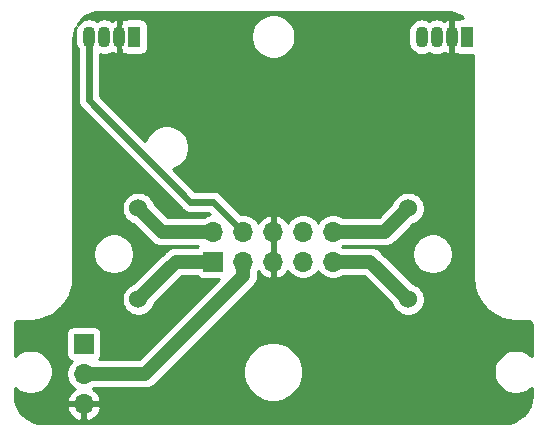
<source format=gbr>
%TF.GenerationSoftware,KiCad,Pcbnew,(5.1.9)-1*%
%TF.CreationDate,2021-09-08T15:23:30-06:00*%
%TF.ProjectId,standby_airspeed_vvi,7374616e-6462-4795-9f61-697273706565,rev?*%
%TF.SameCoordinates,Original*%
%TF.FileFunction,Copper,L1,Top*%
%TF.FilePolarity,Positive*%
%FSLAX46Y46*%
G04 Gerber Fmt 4.6, Leading zero omitted, Abs format (unit mm)*
G04 Created by KiCad (PCBNEW (5.1.9)-1) date 2021-09-08 15:23:30*
%MOMM*%
%LPD*%
G01*
G04 APERTURE LIST*
%TA.AperFunction,ComponentPad*%
%ADD10C,1.524000*%
%TD*%
%TA.AperFunction,ComponentPad*%
%ADD11O,1.700000X1.700000*%
%TD*%
%TA.AperFunction,ComponentPad*%
%ADD12R,1.700000X1.700000*%
%TD*%
%TA.AperFunction,ComponentPad*%
%ADD13O,1.070000X1.800000*%
%TD*%
%TA.AperFunction,ComponentPad*%
%ADD14R,1.070000X1.800000*%
%TD*%
%TA.AperFunction,Conductor*%
%ADD15C,0.609600*%
%TD*%
%TA.AperFunction,Conductor*%
%ADD16C,1.219200*%
%TD*%
%TA.AperFunction,Conductor*%
%ADD17C,0.254000*%
%TD*%
%TA.AperFunction,Conductor*%
%ADD18C,0.100000*%
%TD*%
G04 APERTURE END LIST*
D10*
%TO.P,M1,4*%
%TO.N,/COIL4*%
X191362766Y-93017952D03*
%TO.P,M1,3*%
%TO.N,/COIL3*%
X191362766Y-100717952D03*
%TO.P,M1,2*%
%TO.N,/COIL2*%
X168512766Y-100717952D03*
%TO.P,M1,1*%
%TO.N,/COIL1*%
X168512766Y-93017952D03*
%TD*%
D11*
%TO.P,J3,3*%
%TO.N,GND*%
X163897766Y-109567952D03*
%TO.P,J3,2*%
%TO.N,/ZERO_DETECT*%
X163897766Y-107027952D03*
D12*
%TO.P,J3,1*%
%TO.N,+5V*%
X163897766Y-104487952D03*
%TD*%
D11*
%TO.P,J1,10*%
%TO.N,/COIL4*%
X185017766Y-94994574D03*
%TO.P,J1,9*%
%TO.N,/COIL3*%
X185017766Y-97534574D03*
%TO.P,J1,8*%
%TO.N,/LED_DOUT*%
X182477766Y-94994574D03*
%TO.P,J1,7*%
%TO.N,+5V*%
X182477766Y-97534574D03*
%TO.P,J1,6*%
%TO.N,GND*%
X179937766Y-94994574D03*
%TO.P,J1,5*%
X179937766Y-97534574D03*
%TO.P,J1,4*%
%TO.N,/LED_DIN*%
X177397766Y-94994574D03*
%TO.P,J1,3*%
%TO.N,/ZERO_DETECT*%
X177397766Y-97534574D03*
%TO.P,J1,2*%
%TO.N,/COIL1*%
X174857766Y-94994574D03*
D12*
%TO.P,J1,1*%
%TO.N,/COIL2*%
X174857766Y-97534574D03*
%TD*%
D13*
%TO.P,D2,4*%
%TO.N,Net-(D1-Pad1)*%
X192515515Y-78484574D03*
%TO.P,D2,3*%
%TO.N,+5V*%
X193785515Y-78484574D03*
%TO.P,D2,2*%
%TO.N,GND*%
X195055515Y-78484574D03*
D14*
%TO.P,D2,1*%
%TO.N,/LED_DOUT*%
X196325515Y-78484574D03*
%TD*%
D13*
%TO.P,D1,4*%
%TO.N,/LED_DIN*%
X164360016Y-78484574D03*
%TO.P,D1,3*%
%TO.N,+5V*%
X165630016Y-78484574D03*
%TO.P,D1,2*%
%TO.N,GND*%
X166900016Y-78484574D03*
D14*
%TO.P,D1,1*%
%TO.N,Net-(D1-Pad1)*%
X168170016Y-78484574D03*
%TD*%
D15*
%TO.N,/LED_DIN*%
X164360016Y-83887308D02*
X164360016Y-78484574D01*
X172927282Y-92454574D02*
X164360016Y-83887308D01*
X174857766Y-92454574D02*
X172927282Y-92454574D01*
X177397766Y-94994574D02*
X174857766Y-92454574D01*
D16*
%TO.N,/ZERO_DETECT*%
X169106469Y-107027952D02*
X163897766Y-107027952D01*
X177397766Y-98736655D02*
X169106469Y-107027952D01*
X177397766Y-97534574D02*
X177397766Y-98736655D01*
%TO.N,/COIL2*%
X171696144Y-97534574D02*
X168512766Y-100717952D01*
X174857766Y-97534574D02*
X171696144Y-97534574D01*
%TO.N,/COIL1*%
X170489388Y-94994574D02*
X168512766Y-93017952D01*
X174857766Y-94994574D02*
X170489388Y-94994574D01*
%TO.N,/COIL4*%
X189386144Y-94994574D02*
X191362766Y-93017952D01*
X185017766Y-94994574D02*
X189386144Y-94994574D01*
%TO.N,/COIL3*%
X188179388Y-97534574D02*
X191362766Y-100717952D01*
X185017766Y-97534574D02*
X188179388Y-97534574D01*
%TD*%
D17*
%TO.N,GND*%
X194969408Y-76413122D02*
X195406013Y-76544941D01*
X195808700Y-76759052D01*
X196038536Y-76946502D01*
X195790515Y-76946502D01*
X195666033Y-76958762D01*
X195546335Y-76995072D01*
X195477325Y-77031959D01*
X195362898Y-76990674D01*
X195182515Y-77116330D01*
X195182515Y-77401374D01*
X195164703Y-77460092D01*
X195152443Y-77584574D01*
X195152443Y-79384574D01*
X195164703Y-79509056D01*
X195182515Y-79567774D01*
X195182515Y-79852818D01*
X195362898Y-79978474D01*
X195477325Y-79937189D01*
X195546335Y-79974076D01*
X195666033Y-80010386D01*
X195790515Y-80022646D01*
X196855515Y-80022646D01*
X196855516Y-98900371D01*
X196858435Y-98930006D01*
X196858304Y-98948713D01*
X196859204Y-98957885D01*
X196920404Y-99540174D01*
X196932436Y-99598784D01*
X196943642Y-99657532D01*
X196946306Y-99666354D01*
X197119443Y-100225667D01*
X197142613Y-100280785D01*
X197165031Y-100336274D01*
X197169358Y-100344410D01*
X197447834Y-100859442D01*
X197481272Y-100909016D01*
X197514039Y-100959090D01*
X197519863Y-100966231D01*
X197893073Y-101417364D01*
X197935544Y-101459540D01*
X197977372Y-101502253D01*
X197984472Y-101508127D01*
X198438201Y-101878179D01*
X198488009Y-101911272D01*
X198537383Y-101945079D01*
X198545489Y-101949462D01*
X199062454Y-102224336D01*
X199117766Y-102247134D01*
X199172740Y-102270696D01*
X199181543Y-102273421D01*
X199742051Y-102442648D01*
X199800739Y-102454268D01*
X199859242Y-102466704D01*
X199868407Y-102467667D01*
X200451109Y-102524802D01*
X200451123Y-102524802D01*
X200483096Y-102527951D01*
X201458971Y-102527951D01*
X201556674Y-102537531D01*
X201619606Y-102556531D01*
X201677655Y-102587396D01*
X201728593Y-102628940D01*
X201770498Y-102679595D01*
X201801765Y-102737422D01*
X201821206Y-102800223D01*
X201831251Y-102895796D01*
X201831251Y-105542159D01*
X201692868Y-105403776D01*
X201384132Y-105197485D01*
X201041084Y-105055390D01*
X200676906Y-104982951D01*
X200305594Y-104982951D01*
X199941416Y-105055390D01*
X199598368Y-105197485D01*
X199289632Y-105403776D01*
X199027075Y-105666333D01*
X198820784Y-105975069D01*
X198678689Y-106318117D01*
X198606250Y-106682295D01*
X198606250Y-107053607D01*
X198678689Y-107417785D01*
X198820784Y-107760833D01*
X199027075Y-108069569D01*
X199289632Y-108332126D01*
X199598368Y-108538417D01*
X199941416Y-108680512D01*
X200305594Y-108752951D01*
X200676906Y-108752951D01*
X201041084Y-108680512D01*
X201384132Y-108538417D01*
X201692868Y-108332126D01*
X201831250Y-108193744D01*
X201831250Y-108835672D01*
X201783580Y-109321845D01*
X201651762Y-109758448D01*
X201437649Y-110161137D01*
X201149400Y-110514564D01*
X200797989Y-110805278D01*
X200396814Y-111022191D01*
X199961136Y-111157057D01*
X199476914Y-111207951D01*
X160416560Y-111207951D01*
X159930387Y-111160281D01*
X159493784Y-111028463D01*
X159091095Y-110814350D01*
X158737668Y-110526101D01*
X158446954Y-110174690D01*
X158311863Y-109924842D01*
X162456290Y-109924842D01*
X162500941Y-110072051D01*
X162626125Y-110334872D01*
X162800178Y-110568221D01*
X163016411Y-110763130D01*
X163266514Y-110912109D01*
X163540875Y-111009433D01*
X163770766Y-110888766D01*
X163770766Y-109694952D01*
X164024766Y-109694952D01*
X164024766Y-110888766D01*
X164254657Y-111009433D01*
X164529018Y-110912109D01*
X164779121Y-110763130D01*
X164995354Y-110568221D01*
X165169407Y-110334872D01*
X165294591Y-110072051D01*
X165339242Y-109924842D01*
X165217921Y-109694952D01*
X164024766Y-109694952D01*
X163770766Y-109694952D01*
X162577611Y-109694952D01*
X162456290Y-109924842D01*
X158311863Y-109924842D01*
X158230041Y-109773515D01*
X158095175Y-109337837D01*
X158044281Y-108853615D01*
X158044281Y-108193744D01*
X158182663Y-108332126D01*
X158491399Y-108538417D01*
X158834447Y-108680512D01*
X159198625Y-108752951D01*
X159569937Y-108752951D01*
X159934115Y-108680512D01*
X160277163Y-108538417D01*
X160585899Y-108332126D01*
X160848456Y-108069569D01*
X161054747Y-107760833D01*
X161196842Y-107417785D01*
X161269281Y-107053607D01*
X161269281Y-106682295D01*
X161196842Y-106318117D01*
X161054747Y-105975069D01*
X160848456Y-105666333D01*
X160585899Y-105403776D01*
X160277163Y-105197485D01*
X159934115Y-105055390D01*
X159569937Y-104982951D01*
X159198625Y-104982951D01*
X158834447Y-105055390D01*
X158491399Y-105197485D01*
X158182663Y-105403776D01*
X158044281Y-105542158D01*
X158044281Y-102900230D01*
X158053861Y-102802527D01*
X158072861Y-102739595D01*
X158103726Y-102681546D01*
X158145270Y-102630608D01*
X158195925Y-102588703D01*
X158253752Y-102557436D01*
X158316553Y-102537995D01*
X158412116Y-102527951D01*
X159392435Y-102527951D01*
X159422079Y-102525031D01*
X159440777Y-102525162D01*
X159449949Y-102524262D01*
X160032238Y-102463062D01*
X160090818Y-102451037D01*
X160149596Y-102439825D01*
X160158417Y-102437161D01*
X160717729Y-102264025D01*
X160772859Y-102240850D01*
X160828338Y-102218436D01*
X160836474Y-102214109D01*
X161351507Y-101935632D01*
X161401098Y-101902182D01*
X161451152Y-101869428D01*
X161458293Y-101863603D01*
X161909428Y-101490393D01*
X161951568Y-101447957D01*
X161994318Y-101406094D01*
X162000192Y-101398993D01*
X162370243Y-100945265D01*
X162403332Y-100895461D01*
X162437142Y-100846083D01*
X162441524Y-100837977D01*
X162716399Y-100321014D01*
X162739203Y-100265687D01*
X162762759Y-100210727D01*
X162765484Y-100201924D01*
X162934711Y-99641416D01*
X162946331Y-99582728D01*
X162958767Y-99524225D01*
X162959730Y-99515060D01*
X163016732Y-98933716D01*
X163020016Y-98900371D01*
X163020016Y-96697069D01*
X164702766Y-96697069D01*
X164702766Y-97038835D01*
X164769441Y-97374033D01*
X164900229Y-97689783D01*
X165090103Y-97973950D01*
X165331768Y-98215615D01*
X165615935Y-98405489D01*
X165931685Y-98536277D01*
X166266883Y-98602952D01*
X166608649Y-98602952D01*
X166943847Y-98536277D01*
X167259597Y-98405489D01*
X167543764Y-98215615D01*
X167785429Y-97973950D01*
X167975303Y-97689783D01*
X168106091Y-97374033D01*
X168172766Y-97038835D01*
X168172766Y-96697069D01*
X168106091Y-96361871D01*
X167975303Y-96046121D01*
X167785429Y-95761954D01*
X167543764Y-95520289D01*
X167259597Y-95330415D01*
X166943847Y-95199627D01*
X166608649Y-95132952D01*
X166266883Y-95132952D01*
X165931685Y-95199627D01*
X165615935Y-95330415D01*
X165331768Y-95520289D01*
X165090103Y-95761954D01*
X164900229Y-96046121D01*
X164769441Y-96361871D01*
X164702766Y-96697069D01*
X163020016Y-96697069D01*
X163020016Y-78737731D01*
X163067686Y-78251559D01*
X163199505Y-77814954D01*
X163269985Y-77682399D01*
X163206945Y-77890214D01*
X163190016Y-78062097D01*
X163190016Y-78907050D01*
X163206945Y-79078933D01*
X163273847Y-79299479D01*
X163382490Y-79502735D01*
X163420217Y-79548706D01*
X163420216Y-83841151D01*
X163415670Y-83887308D01*
X163420216Y-83933465D01*
X163420216Y-83933474D01*
X163433814Y-84071540D01*
X163487553Y-84248693D01*
X163574820Y-84411959D01*
X163692262Y-84555062D01*
X163728131Y-84584499D01*
X172230100Y-93086470D01*
X172259528Y-93122328D01*
X172295386Y-93151756D01*
X172295388Y-93151758D01*
X172402630Y-93239770D01*
X172565896Y-93327037D01*
X172743049Y-93380776D01*
X172881115Y-93394374D01*
X172881125Y-93394374D01*
X172927282Y-93398920D01*
X172973439Y-93394374D01*
X174468490Y-93394374D01*
X174604896Y-93530780D01*
X174424608Y-93566642D01*
X174154355Y-93678584D01*
X174047512Y-93749974D01*
X171004918Y-93749974D01*
X169849486Y-92594543D01*
X169750771Y-92356225D01*
X169597886Y-92127417D01*
X169403301Y-91932832D01*
X169174493Y-91779947D01*
X168920256Y-91674638D01*
X168650358Y-91620952D01*
X168375174Y-91620952D01*
X168105276Y-91674638D01*
X167851039Y-91779947D01*
X167622231Y-91932832D01*
X167427646Y-92127417D01*
X167274761Y-92356225D01*
X167169452Y-92610462D01*
X167115766Y-92880360D01*
X167115766Y-93155544D01*
X167169452Y-93425442D01*
X167274761Y-93679679D01*
X167427646Y-93908487D01*
X167622231Y-94103072D01*
X167851039Y-94255957D01*
X168089357Y-94354672D01*
X169566091Y-95831406D01*
X169605065Y-95878897D01*
X169652555Y-95917871D01*
X169652557Y-95917873D01*
X169794579Y-96034428D01*
X170010795Y-96149998D01*
X170081963Y-96171586D01*
X170245404Y-96221166D01*
X170428245Y-96239174D01*
X170428255Y-96239174D01*
X170489388Y-96245195D01*
X170550521Y-96239174D01*
X173551833Y-96239174D01*
X173510143Y-96289974D01*
X171757276Y-96289974D01*
X171696143Y-96283953D01*
X171635010Y-96289974D01*
X171635001Y-96289974D01*
X171452160Y-96307982D01*
X171217552Y-96379150D01*
X171194636Y-96391399D01*
X171001334Y-96494720D01*
X170859313Y-96611275D01*
X170811821Y-96650251D01*
X170772847Y-96697741D01*
X168089357Y-99381232D01*
X167851039Y-99479947D01*
X167622231Y-99632832D01*
X167427646Y-99827417D01*
X167274761Y-100056225D01*
X167169452Y-100310462D01*
X167115766Y-100580360D01*
X167115766Y-100855544D01*
X167169452Y-101125442D01*
X167274761Y-101379679D01*
X167427646Y-101608487D01*
X167622231Y-101803072D01*
X167851039Y-101955957D01*
X168105276Y-102061266D01*
X168375174Y-102114952D01*
X168650358Y-102114952D01*
X168920256Y-102061266D01*
X169174493Y-101955957D01*
X169403301Y-101803072D01*
X169597886Y-101608487D01*
X169750771Y-101379679D01*
X169849486Y-101141361D01*
X172211674Y-98779174D01*
X173510143Y-98779174D01*
X173556581Y-98835759D01*
X173653272Y-98915111D01*
X173763586Y-98974076D01*
X173883284Y-99010386D01*
X174007766Y-99022646D01*
X175351645Y-99022646D01*
X168590940Y-105783352D01*
X165203699Y-105783352D01*
X165278303Y-105692446D01*
X165337268Y-105582132D01*
X165373578Y-105462434D01*
X165385838Y-105337952D01*
X165385838Y-103637952D01*
X165373578Y-103513470D01*
X165337268Y-103393772D01*
X165278303Y-103283458D01*
X165198951Y-103186767D01*
X165102260Y-103107415D01*
X164991946Y-103048450D01*
X164872248Y-103012140D01*
X164747766Y-102999880D01*
X163047766Y-102999880D01*
X162923284Y-103012140D01*
X162803586Y-103048450D01*
X162693272Y-103107415D01*
X162596581Y-103186767D01*
X162517229Y-103283458D01*
X162458264Y-103393772D01*
X162421954Y-103513470D01*
X162409694Y-103637952D01*
X162409694Y-105337952D01*
X162421954Y-105462434D01*
X162458264Y-105582132D01*
X162517229Y-105692446D01*
X162596581Y-105789137D01*
X162693272Y-105868489D01*
X162803586Y-105927454D01*
X162876146Y-105949465D01*
X162744291Y-106081320D01*
X162581776Y-106324541D01*
X162469834Y-106594794D01*
X162412766Y-106881692D01*
X162412766Y-107174212D01*
X162469834Y-107461110D01*
X162581776Y-107731363D01*
X162744291Y-107974584D01*
X162951134Y-108181427D01*
X163133300Y-108303147D01*
X163016411Y-108372774D01*
X162800178Y-108567683D01*
X162626125Y-108801032D01*
X162500941Y-109063853D01*
X162456290Y-109211062D01*
X162577611Y-109440952D01*
X163770766Y-109440952D01*
X163770766Y-109420952D01*
X164024766Y-109420952D01*
X164024766Y-109440952D01*
X165217921Y-109440952D01*
X165339242Y-109211062D01*
X165294591Y-109063853D01*
X165169407Y-108801032D01*
X164995354Y-108567683D01*
X164779121Y-108372774D01*
X164662232Y-108303147D01*
X164708020Y-108272552D01*
X169045336Y-108272552D01*
X169106469Y-108278573D01*
X169167602Y-108272552D01*
X169167612Y-108272552D01*
X169350453Y-108254544D01*
X169585061Y-108183376D01*
X169801277Y-108067806D01*
X169990792Y-107912275D01*
X170029771Y-107864779D01*
X171276274Y-106618276D01*
X177402766Y-106618276D01*
X177402766Y-107117628D01*
X177500184Y-107607384D01*
X177691278Y-108068725D01*
X177968703Y-108483920D01*
X178321798Y-108837015D01*
X178736993Y-109114440D01*
X179198334Y-109305534D01*
X179688090Y-109402952D01*
X180187442Y-109402952D01*
X180677198Y-109305534D01*
X181138539Y-109114440D01*
X181553734Y-108837015D01*
X181906829Y-108483920D01*
X182184254Y-108068725D01*
X182375348Y-107607384D01*
X182472766Y-107117628D01*
X182472766Y-106618276D01*
X182375348Y-106128520D01*
X182184254Y-105667179D01*
X181906829Y-105251984D01*
X181553734Y-104898889D01*
X181138539Y-104621464D01*
X180677198Y-104430370D01*
X180187442Y-104332952D01*
X179688090Y-104332952D01*
X179198334Y-104430370D01*
X178736993Y-104621464D01*
X178321798Y-104898889D01*
X177968703Y-105251984D01*
X177691278Y-105667179D01*
X177500184Y-106128520D01*
X177402766Y-106618276D01*
X171276274Y-106618276D01*
X178234599Y-99659952D01*
X178282089Y-99620978D01*
X178321065Y-99573486D01*
X178437620Y-99431464D01*
X178553190Y-99215248D01*
X178581554Y-99121745D01*
X178624358Y-98980639D01*
X178642366Y-98797798D01*
X178642366Y-98797788D01*
X178648387Y-98736655D01*
X178642366Y-98675522D01*
X178642366Y-98344828D01*
X178672961Y-98299040D01*
X178742588Y-98415929D01*
X178937497Y-98632162D01*
X179170846Y-98806215D01*
X179433667Y-98931399D01*
X179580876Y-98976050D01*
X179810766Y-98854729D01*
X179810766Y-97661574D01*
X179790766Y-97661574D01*
X179790766Y-97407574D01*
X179810766Y-97407574D01*
X179810766Y-95121574D01*
X179790766Y-95121574D01*
X179790766Y-94867574D01*
X179810766Y-94867574D01*
X179810766Y-93674419D01*
X180064766Y-93674419D01*
X180064766Y-94867574D01*
X180084766Y-94867574D01*
X180084766Y-95121574D01*
X180064766Y-95121574D01*
X180064766Y-97407574D01*
X180084766Y-97407574D01*
X180084766Y-97661574D01*
X180064766Y-97661574D01*
X180064766Y-98854729D01*
X180294656Y-98976050D01*
X180441865Y-98931399D01*
X180704686Y-98806215D01*
X180938035Y-98632162D01*
X181132944Y-98415929D01*
X181202571Y-98299040D01*
X181324291Y-98481206D01*
X181531134Y-98688049D01*
X181774355Y-98850564D01*
X182044608Y-98962506D01*
X182331506Y-99019574D01*
X182624026Y-99019574D01*
X182910924Y-98962506D01*
X183181177Y-98850564D01*
X183424398Y-98688049D01*
X183631241Y-98481206D01*
X183747766Y-98306814D01*
X183864291Y-98481206D01*
X184071134Y-98688049D01*
X184314355Y-98850564D01*
X184584608Y-98962506D01*
X184871506Y-99019574D01*
X185164026Y-99019574D01*
X185450924Y-98962506D01*
X185721177Y-98850564D01*
X185828020Y-98779174D01*
X187663859Y-98779174D01*
X190026046Y-101141362D01*
X190124761Y-101379679D01*
X190277646Y-101608487D01*
X190472231Y-101803072D01*
X190701039Y-101955957D01*
X190955276Y-102061266D01*
X191225174Y-102114952D01*
X191500358Y-102114952D01*
X191770256Y-102061266D01*
X192024493Y-101955957D01*
X192253301Y-101803072D01*
X192447886Y-101608487D01*
X192600771Y-101379679D01*
X192706080Y-101125442D01*
X192759766Y-100855544D01*
X192759766Y-100580360D01*
X192706080Y-100310462D01*
X192600771Y-100056225D01*
X192447886Y-99827417D01*
X192253301Y-99632832D01*
X192024493Y-99479947D01*
X191786176Y-99381232D01*
X189102690Y-96697747D01*
X189102134Y-96697069D01*
X191702766Y-96697069D01*
X191702766Y-97038835D01*
X191769441Y-97374033D01*
X191900229Y-97689783D01*
X192090103Y-97973950D01*
X192331768Y-98215615D01*
X192615935Y-98405489D01*
X192931685Y-98536277D01*
X193266883Y-98602952D01*
X193608649Y-98602952D01*
X193943847Y-98536277D01*
X194259597Y-98405489D01*
X194543764Y-98215615D01*
X194785429Y-97973950D01*
X194975303Y-97689783D01*
X195106091Y-97374033D01*
X195172766Y-97038835D01*
X195172766Y-96697069D01*
X195106091Y-96361871D01*
X194975303Y-96046121D01*
X194785429Y-95761954D01*
X194543764Y-95520289D01*
X194259597Y-95330415D01*
X193943847Y-95199627D01*
X193608649Y-95132952D01*
X193266883Y-95132952D01*
X192931685Y-95199627D01*
X192615935Y-95330415D01*
X192331768Y-95520289D01*
X192090103Y-95761954D01*
X191900229Y-96046121D01*
X191769441Y-96361871D01*
X191702766Y-96697069D01*
X189102134Y-96697069D01*
X189063711Y-96650251D01*
X188874196Y-96494720D01*
X188657980Y-96379150D01*
X188423372Y-96307982D01*
X188240531Y-96289974D01*
X188240521Y-96289974D01*
X188179388Y-96283953D01*
X188118255Y-96289974D01*
X185828020Y-96289974D01*
X185790006Y-96264574D01*
X185828020Y-96239174D01*
X189325011Y-96239174D01*
X189386144Y-96245195D01*
X189447277Y-96239174D01*
X189447287Y-96239174D01*
X189630128Y-96221166D01*
X189864736Y-96149998D01*
X190080952Y-96034428D01*
X190270467Y-95878897D01*
X190309446Y-95831401D01*
X191786176Y-94354672D01*
X192024493Y-94255957D01*
X192253301Y-94103072D01*
X192447886Y-93908487D01*
X192600771Y-93679679D01*
X192706080Y-93425442D01*
X192759766Y-93155544D01*
X192759766Y-92880360D01*
X192706080Y-92610462D01*
X192600771Y-92356225D01*
X192447886Y-92127417D01*
X192253301Y-91932832D01*
X192024493Y-91779947D01*
X191770256Y-91674638D01*
X191500358Y-91620952D01*
X191225174Y-91620952D01*
X190955276Y-91674638D01*
X190701039Y-91779947D01*
X190472231Y-91932832D01*
X190277646Y-92127417D01*
X190124761Y-92356225D01*
X190026046Y-92594542D01*
X188870615Y-93749974D01*
X185828020Y-93749974D01*
X185721177Y-93678584D01*
X185450924Y-93566642D01*
X185164026Y-93509574D01*
X184871506Y-93509574D01*
X184584608Y-93566642D01*
X184314355Y-93678584D01*
X184071134Y-93841099D01*
X183864291Y-94047942D01*
X183747766Y-94222334D01*
X183631241Y-94047942D01*
X183424398Y-93841099D01*
X183181177Y-93678584D01*
X182910924Y-93566642D01*
X182624026Y-93509574D01*
X182331506Y-93509574D01*
X182044608Y-93566642D01*
X181774355Y-93678584D01*
X181531134Y-93841099D01*
X181324291Y-94047942D01*
X181202571Y-94230108D01*
X181132944Y-94113219D01*
X180938035Y-93896986D01*
X180704686Y-93722933D01*
X180441865Y-93597749D01*
X180294656Y-93553098D01*
X180064766Y-93674419D01*
X179810766Y-93674419D01*
X179580876Y-93553098D01*
X179433667Y-93597749D01*
X179170846Y-93722933D01*
X178937497Y-93896986D01*
X178742588Y-94113219D01*
X178672961Y-94230108D01*
X178551241Y-94047942D01*
X178344398Y-93841099D01*
X178101177Y-93678584D01*
X177830924Y-93566642D01*
X177544026Y-93509574D01*
X177251506Y-93509574D01*
X177243446Y-93511177D01*
X175554957Y-91822689D01*
X175525520Y-91786820D01*
X175382417Y-91669378D01*
X175219152Y-91582111D01*
X175041999Y-91528372D01*
X174903933Y-91514774D01*
X174903923Y-91514774D01*
X174857766Y-91510228D01*
X174811609Y-91514774D01*
X173316560Y-91514774D01*
X171483178Y-89681393D01*
X171487600Y-89680513D01*
X171830648Y-89538418D01*
X172139384Y-89332127D01*
X172401941Y-89069570D01*
X172608232Y-88760834D01*
X172750327Y-88417786D01*
X172822766Y-88053608D01*
X172822766Y-87682296D01*
X172750327Y-87318118D01*
X172608232Y-86975070D01*
X172401941Y-86666334D01*
X172139384Y-86403777D01*
X171830648Y-86197486D01*
X171487600Y-86055391D01*
X171123422Y-85982952D01*
X170752110Y-85982952D01*
X170387932Y-86055391D01*
X170044884Y-86197486D01*
X169736148Y-86403777D01*
X169473591Y-86666334D01*
X169267300Y-86975070D01*
X169125205Y-87318118D01*
X169124325Y-87322540D01*
X165299816Y-83498032D01*
X165299816Y-79972055D01*
X165400656Y-80002645D01*
X165630016Y-80025235D01*
X165859375Y-80002645D01*
X166079921Y-79935743D01*
X166267612Y-79835420D01*
X166355595Y-79892951D01*
X166592633Y-79978474D01*
X166773016Y-79852818D01*
X166773016Y-79112134D01*
X166783087Y-79078934D01*
X166800016Y-78907051D01*
X166800016Y-78062098D01*
X166783087Y-77890215D01*
X166773016Y-77857015D01*
X166773016Y-77584574D01*
X166996944Y-77584574D01*
X166996944Y-79384574D01*
X167009204Y-79509056D01*
X167027016Y-79567774D01*
X167027016Y-79852818D01*
X167207399Y-79978474D01*
X167321826Y-79937189D01*
X167390836Y-79974076D01*
X167510534Y-80010386D01*
X167635016Y-80022646D01*
X168705016Y-80022646D01*
X168829498Y-80010386D01*
X168949196Y-79974076D01*
X169059510Y-79915111D01*
X169156201Y-79835759D01*
X169235553Y-79739068D01*
X169294518Y-79628754D01*
X169330828Y-79509056D01*
X169343088Y-79384574D01*
X169343088Y-78298918D01*
X178052766Y-78298918D01*
X178052766Y-78670230D01*
X178125205Y-79034408D01*
X178267300Y-79377456D01*
X178473591Y-79686192D01*
X178736148Y-79948749D01*
X179044884Y-80155040D01*
X179387932Y-80297135D01*
X179752110Y-80369574D01*
X180123422Y-80369574D01*
X180487600Y-80297135D01*
X180830648Y-80155040D01*
X181139384Y-79948749D01*
X181401941Y-79686192D01*
X181608232Y-79377456D01*
X181750327Y-79034408D01*
X181822766Y-78670230D01*
X181822766Y-78298918D01*
X181775660Y-78062097D01*
X191345515Y-78062097D01*
X191345515Y-78907050D01*
X191362444Y-79078933D01*
X191429346Y-79299479D01*
X191537989Y-79502735D01*
X191684197Y-79680892D01*
X191862353Y-79827100D01*
X192065609Y-79935743D01*
X192286155Y-80002645D01*
X192515515Y-80025235D01*
X192744874Y-80002645D01*
X192965420Y-79935743D01*
X193150514Y-79836808D01*
X193335609Y-79935743D01*
X193556155Y-80002645D01*
X193785515Y-80025235D01*
X194014874Y-80002645D01*
X194235420Y-79935743D01*
X194423111Y-79835420D01*
X194511094Y-79892951D01*
X194748132Y-79978474D01*
X194928515Y-79852818D01*
X194928515Y-79112134D01*
X194938586Y-79078934D01*
X194955515Y-78907051D01*
X194955515Y-78062098D01*
X194938586Y-77890215D01*
X194928515Y-77857015D01*
X194928515Y-77116330D01*
X194748132Y-76990674D01*
X194511094Y-77076197D01*
X194423111Y-77133728D01*
X194235421Y-77033405D01*
X194014875Y-76966503D01*
X193785515Y-76943913D01*
X193556156Y-76966503D01*
X193335610Y-77033405D01*
X193150516Y-77132340D01*
X192965421Y-77033405D01*
X192744875Y-76966503D01*
X192515515Y-76943913D01*
X192286156Y-76966503D01*
X192065610Y-77033405D01*
X191862354Y-77142048D01*
X191684198Y-77288256D01*
X191537990Y-77466412D01*
X191429346Y-77669668D01*
X191362444Y-77890214D01*
X191345515Y-78062097D01*
X181775660Y-78062097D01*
X181750327Y-77934740D01*
X181608232Y-77591692D01*
X181401941Y-77282956D01*
X181139384Y-77020399D01*
X180830648Y-76814108D01*
X180487600Y-76672013D01*
X180123422Y-76599574D01*
X179752110Y-76599574D01*
X179387932Y-76672013D01*
X179044884Y-76814108D01*
X178736148Y-77020399D01*
X178473591Y-77282956D01*
X178267300Y-77591692D01*
X178125205Y-77934740D01*
X178052766Y-78298918D01*
X169343088Y-78298918D01*
X169343088Y-77584574D01*
X169330828Y-77460092D01*
X169294518Y-77340394D01*
X169235553Y-77230080D01*
X169156201Y-77133389D01*
X169059510Y-77054037D01*
X168949196Y-76995072D01*
X168829498Y-76958762D01*
X168705016Y-76946502D01*
X167635016Y-76946502D01*
X167510534Y-76958762D01*
X167390836Y-76995072D01*
X167321826Y-77031959D01*
X167207399Y-76990674D01*
X167027016Y-77116330D01*
X167027016Y-77401374D01*
X167009204Y-77460092D01*
X166996944Y-77584574D01*
X166773016Y-77584574D01*
X166773016Y-77116330D01*
X166592633Y-76990674D01*
X166355595Y-77076197D01*
X166267612Y-77133728D01*
X166079922Y-77033405D01*
X165859376Y-76966503D01*
X165630016Y-76943913D01*
X165400657Y-76966503D01*
X165180111Y-77033405D01*
X164995017Y-77132340D01*
X164809922Y-77033405D01*
X164589376Y-76966503D01*
X164360016Y-76943913D01*
X164130657Y-76966503D01*
X163910111Y-77033405D01*
X163706855Y-77142048D01*
X163528699Y-77288256D01*
X163389125Y-77458328D01*
X163413616Y-77412267D01*
X163701864Y-77058840D01*
X164053277Y-76768125D01*
X164454455Y-76551210D01*
X164890129Y-76416346D01*
X165374360Y-76365452D01*
X194483236Y-76365452D01*
X194969408Y-76413122D01*
%TA.AperFunction,Conductor*%
D18*
G36*
X194969408Y-76413122D02*
G01*
X195406013Y-76544941D01*
X195808700Y-76759052D01*
X196038536Y-76946502D01*
X195790515Y-76946502D01*
X195666033Y-76958762D01*
X195546335Y-76995072D01*
X195477325Y-77031959D01*
X195362898Y-76990674D01*
X195182515Y-77116330D01*
X195182515Y-77401374D01*
X195164703Y-77460092D01*
X195152443Y-77584574D01*
X195152443Y-79384574D01*
X195164703Y-79509056D01*
X195182515Y-79567774D01*
X195182515Y-79852818D01*
X195362898Y-79978474D01*
X195477325Y-79937189D01*
X195546335Y-79974076D01*
X195666033Y-80010386D01*
X195790515Y-80022646D01*
X196855515Y-80022646D01*
X196855516Y-98900371D01*
X196858435Y-98930006D01*
X196858304Y-98948713D01*
X196859204Y-98957885D01*
X196920404Y-99540174D01*
X196932436Y-99598784D01*
X196943642Y-99657532D01*
X196946306Y-99666354D01*
X197119443Y-100225667D01*
X197142613Y-100280785D01*
X197165031Y-100336274D01*
X197169358Y-100344410D01*
X197447834Y-100859442D01*
X197481272Y-100909016D01*
X197514039Y-100959090D01*
X197519863Y-100966231D01*
X197893073Y-101417364D01*
X197935544Y-101459540D01*
X197977372Y-101502253D01*
X197984472Y-101508127D01*
X198438201Y-101878179D01*
X198488009Y-101911272D01*
X198537383Y-101945079D01*
X198545489Y-101949462D01*
X199062454Y-102224336D01*
X199117766Y-102247134D01*
X199172740Y-102270696D01*
X199181543Y-102273421D01*
X199742051Y-102442648D01*
X199800739Y-102454268D01*
X199859242Y-102466704D01*
X199868407Y-102467667D01*
X200451109Y-102524802D01*
X200451123Y-102524802D01*
X200483096Y-102527951D01*
X201458971Y-102527951D01*
X201556674Y-102537531D01*
X201619606Y-102556531D01*
X201677655Y-102587396D01*
X201728593Y-102628940D01*
X201770498Y-102679595D01*
X201801765Y-102737422D01*
X201821206Y-102800223D01*
X201831251Y-102895796D01*
X201831251Y-105542159D01*
X201692868Y-105403776D01*
X201384132Y-105197485D01*
X201041084Y-105055390D01*
X200676906Y-104982951D01*
X200305594Y-104982951D01*
X199941416Y-105055390D01*
X199598368Y-105197485D01*
X199289632Y-105403776D01*
X199027075Y-105666333D01*
X198820784Y-105975069D01*
X198678689Y-106318117D01*
X198606250Y-106682295D01*
X198606250Y-107053607D01*
X198678689Y-107417785D01*
X198820784Y-107760833D01*
X199027075Y-108069569D01*
X199289632Y-108332126D01*
X199598368Y-108538417D01*
X199941416Y-108680512D01*
X200305594Y-108752951D01*
X200676906Y-108752951D01*
X201041084Y-108680512D01*
X201384132Y-108538417D01*
X201692868Y-108332126D01*
X201831250Y-108193744D01*
X201831250Y-108835672D01*
X201783580Y-109321845D01*
X201651762Y-109758448D01*
X201437649Y-110161137D01*
X201149400Y-110514564D01*
X200797989Y-110805278D01*
X200396814Y-111022191D01*
X199961136Y-111157057D01*
X199476914Y-111207951D01*
X160416560Y-111207951D01*
X159930387Y-111160281D01*
X159493784Y-111028463D01*
X159091095Y-110814350D01*
X158737668Y-110526101D01*
X158446954Y-110174690D01*
X158311863Y-109924842D01*
X162456290Y-109924842D01*
X162500941Y-110072051D01*
X162626125Y-110334872D01*
X162800178Y-110568221D01*
X163016411Y-110763130D01*
X163266514Y-110912109D01*
X163540875Y-111009433D01*
X163770766Y-110888766D01*
X163770766Y-109694952D01*
X164024766Y-109694952D01*
X164024766Y-110888766D01*
X164254657Y-111009433D01*
X164529018Y-110912109D01*
X164779121Y-110763130D01*
X164995354Y-110568221D01*
X165169407Y-110334872D01*
X165294591Y-110072051D01*
X165339242Y-109924842D01*
X165217921Y-109694952D01*
X164024766Y-109694952D01*
X163770766Y-109694952D01*
X162577611Y-109694952D01*
X162456290Y-109924842D01*
X158311863Y-109924842D01*
X158230041Y-109773515D01*
X158095175Y-109337837D01*
X158044281Y-108853615D01*
X158044281Y-108193744D01*
X158182663Y-108332126D01*
X158491399Y-108538417D01*
X158834447Y-108680512D01*
X159198625Y-108752951D01*
X159569937Y-108752951D01*
X159934115Y-108680512D01*
X160277163Y-108538417D01*
X160585899Y-108332126D01*
X160848456Y-108069569D01*
X161054747Y-107760833D01*
X161196842Y-107417785D01*
X161269281Y-107053607D01*
X161269281Y-106682295D01*
X161196842Y-106318117D01*
X161054747Y-105975069D01*
X160848456Y-105666333D01*
X160585899Y-105403776D01*
X160277163Y-105197485D01*
X159934115Y-105055390D01*
X159569937Y-104982951D01*
X159198625Y-104982951D01*
X158834447Y-105055390D01*
X158491399Y-105197485D01*
X158182663Y-105403776D01*
X158044281Y-105542158D01*
X158044281Y-102900230D01*
X158053861Y-102802527D01*
X158072861Y-102739595D01*
X158103726Y-102681546D01*
X158145270Y-102630608D01*
X158195925Y-102588703D01*
X158253752Y-102557436D01*
X158316553Y-102537995D01*
X158412116Y-102527951D01*
X159392435Y-102527951D01*
X159422079Y-102525031D01*
X159440777Y-102525162D01*
X159449949Y-102524262D01*
X160032238Y-102463062D01*
X160090818Y-102451037D01*
X160149596Y-102439825D01*
X160158417Y-102437161D01*
X160717729Y-102264025D01*
X160772859Y-102240850D01*
X160828338Y-102218436D01*
X160836474Y-102214109D01*
X161351507Y-101935632D01*
X161401098Y-101902182D01*
X161451152Y-101869428D01*
X161458293Y-101863603D01*
X161909428Y-101490393D01*
X161951568Y-101447957D01*
X161994318Y-101406094D01*
X162000192Y-101398993D01*
X162370243Y-100945265D01*
X162403332Y-100895461D01*
X162437142Y-100846083D01*
X162441524Y-100837977D01*
X162716399Y-100321014D01*
X162739203Y-100265687D01*
X162762759Y-100210727D01*
X162765484Y-100201924D01*
X162934711Y-99641416D01*
X162946331Y-99582728D01*
X162958767Y-99524225D01*
X162959730Y-99515060D01*
X163016732Y-98933716D01*
X163020016Y-98900371D01*
X163020016Y-96697069D01*
X164702766Y-96697069D01*
X164702766Y-97038835D01*
X164769441Y-97374033D01*
X164900229Y-97689783D01*
X165090103Y-97973950D01*
X165331768Y-98215615D01*
X165615935Y-98405489D01*
X165931685Y-98536277D01*
X166266883Y-98602952D01*
X166608649Y-98602952D01*
X166943847Y-98536277D01*
X167259597Y-98405489D01*
X167543764Y-98215615D01*
X167785429Y-97973950D01*
X167975303Y-97689783D01*
X168106091Y-97374033D01*
X168172766Y-97038835D01*
X168172766Y-96697069D01*
X168106091Y-96361871D01*
X167975303Y-96046121D01*
X167785429Y-95761954D01*
X167543764Y-95520289D01*
X167259597Y-95330415D01*
X166943847Y-95199627D01*
X166608649Y-95132952D01*
X166266883Y-95132952D01*
X165931685Y-95199627D01*
X165615935Y-95330415D01*
X165331768Y-95520289D01*
X165090103Y-95761954D01*
X164900229Y-96046121D01*
X164769441Y-96361871D01*
X164702766Y-96697069D01*
X163020016Y-96697069D01*
X163020016Y-78737731D01*
X163067686Y-78251559D01*
X163199505Y-77814954D01*
X163269985Y-77682399D01*
X163206945Y-77890214D01*
X163190016Y-78062097D01*
X163190016Y-78907050D01*
X163206945Y-79078933D01*
X163273847Y-79299479D01*
X163382490Y-79502735D01*
X163420217Y-79548706D01*
X163420216Y-83841151D01*
X163415670Y-83887308D01*
X163420216Y-83933465D01*
X163420216Y-83933474D01*
X163433814Y-84071540D01*
X163487553Y-84248693D01*
X163574820Y-84411959D01*
X163692262Y-84555062D01*
X163728131Y-84584499D01*
X172230100Y-93086470D01*
X172259528Y-93122328D01*
X172295386Y-93151756D01*
X172295388Y-93151758D01*
X172402630Y-93239770D01*
X172565896Y-93327037D01*
X172743049Y-93380776D01*
X172881115Y-93394374D01*
X172881125Y-93394374D01*
X172927282Y-93398920D01*
X172973439Y-93394374D01*
X174468490Y-93394374D01*
X174604896Y-93530780D01*
X174424608Y-93566642D01*
X174154355Y-93678584D01*
X174047512Y-93749974D01*
X171004918Y-93749974D01*
X169849486Y-92594543D01*
X169750771Y-92356225D01*
X169597886Y-92127417D01*
X169403301Y-91932832D01*
X169174493Y-91779947D01*
X168920256Y-91674638D01*
X168650358Y-91620952D01*
X168375174Y-91620952D01*
X168105276Y-91674638D01*
X167851039Y-91779947D01*
X167622231Y-91932832D01*
X167427646Y-92127417D01*
X167274761Y-92356225D01*
X167169452Y-92610462D01*
X167115766Y-92880360D01*
X167115766Y-93155544D01*
X167169452Y-93425442D01*
X167274761Y-93679679D01*
X167427646Y-93908487D01*
X167622231Y-94103072D01*
X167851039Y-94255957D01*
X168089357Y-94354672D01*
X169566091Y-95831406D01*
X169605065Y-95878897D01*
X169652555Y-95917871D01*
X169652557Y-95917873D01*
X169794579Y-96034428D01*
X170010795Y-96149998D01*
X170081963Y-96171586D01*
X170245404Y-96221166D01*
X170428245Y-96239174D01*
X170428255Y-96239174D01*
X170489388Y-96245195D01*
X170550521Y-96239174D01*
X173551833Y-96239174D01*
X173510143Y-96289974D01*
X171757276Y-96289974D01*
X171696143Y-96283953D01*
X171635010Y-96289974D01*
X171635001Y-96289974D01*
X171452160Y-96307982D01*
X171217552Y-96379150D01*
X171194636Y-96391399D01*
X171001334Y-96494720D01*
X170859313Y-96611275D01*
X170811821Y-96650251D01*
X170772847Y-96697741D01*
X168089357Y-99381232D01*
X167851039Y-99479947D01*
X167622231Y-99632832D01*
X167427646Y-99827417D01*
X167274761Y-100056225D01*
X167169452Y-100310462D01*
X167115766Y-100580360D01*
X167115766Y-100855544D01*
X167169452Y-101125442D01*
X167274761Y-101379679D01*
X167427646Y-101608487D01*
X167622231Y-101803072D01*
X167851039Y-101955957D01*
X168105276Y-102061266D01*
X168375174Y-102114952D01*
X168650358Y-102114952D01*
X168920256Y-102061266D01*
X169174493Y-101955957D01*
X169403301Y-101803072D01*
X169597886Y-101608487D01*
X169750771Y-101379679D01*
X169849486Y-101141361D01*
X172211674Y-98779174D01*
X173510143Y-98779174D01*
X173556581Y-98835759D01*
X173653272Y-98915111D01*
X173763586Y-98974076D01*
X173883284Y-99010386D01*
X174007766Y-99022646D01*
X175351645Y-99022646D01*
X168590940Y-105783352D01*
X165203699Y-105783352D01*
X165278303Y-105692446D01*
X165337268Y-105582132D01*
X165373578Y-105462434D01*
X165385838Y-105337952D01*
X165385838Y-103637952D01*
X165373578Y-103513470D01*
X165337268Y-103393772D01*
X165278303Y-103283458D01*
X165198951Y-103186767D01*
X165102260Y-103107415D01*
X164991946Y-103048450D01*
X164872248Y-103012140D01*
X164747766Y-102999880D01*
X163047766Y-102999880D01*
X162923284Y-103012140D01*
X162803586Y-103048450D01*
X162693272Y-103107415D01*
X162596581Y-103186767D01*
X162517229Y-103283458D01*
X162458264Y-103393772D01*
X162421954Y-103513470D01*
X162409694Y-103637952D01*
X162409694Y-105337952D01*
X162421954Y-105462434D01*
X162458264Y-105582132D01*
X162517229Y-105692446D01*
X162596581Y-105789137D01*
X162693272Y-105868489D01*
X162803586Y-105927454D01*
X162876146Y-105949465D01*
X162744291Y-106081320D01*
X162581776Y-106324541D01*
X162469834Y-106594794D01*
X162412766Y-106881692D01*
X162412766Y-107174212D01*
X162469834Y-107461110D01*
X162581776Y-107731363D01*
X162744291Y-107974584D01*
X162951134Y-108181427D01*
X163133300Y-108303147D01*
X163016411Y-108372774D01*
X162800178Y-108567683D01*
X162626125Y-108801032D01*
X162500941Y-109063853D01*
X162456290Y-109211062D01*
X162577611Y-109440952D01*
X163770766Y-109440952D01*
X163770766Y-109420952D01*
X164024766Y-109420952D01*
X164024766Y-109440952D01*
X165217921Y-109440952D01*
X165339242Y-109211062D01*
X165294591Y-109063853D01*
X165169407Y-108801032D01*
X164995354Y-108567683D01*
X164779121Y-108372774D01*
X164662232Y-108303147D01*
X164708020Y-108272552D01*
X169045336Y-108272552D01*
X169106469Y-108278573D01*
X169167602Y-108272552D01*
X169167612Y-108272552D01*
X169350453Y-108254544D01*
X169585061Y-108183376D01*
X169801277Y-108067806D01*
X169990792Y-107912275D01*
X170029771Y-107864779D01*
X171276274Y-106618276D01*
X177402766Y-106618276D01*
X177402766Y-107117628D01*
X177500184Y-107607384D01*
X177691278Y-108068725D01*
X177968703Y-108483920D01*
X178321798Y-108837015D01*
X178736993Y-109114440D01*
X179198334Y-109305534D01*
X179688090Y-109402952D01*
X180187442Y-109402952D01*
X180677198Y-109305534D01*
X181138539Y-109114440D01*
X181553734Y-108837015D01*
X181906829Y-108483920D01*
X182184254Y-108068725D01*
X182375348Y-107607384D01*
X182472766Y-107117628D01*
X182472766Y-106618276D01*
X182375348Y-106128520D01*
X182184254Y-105667179D01*
X181906829Y-105251984D01*
X181553734Y-104898889D01*
X181138539Y-104621464D01*
X180677198Y-104430370D01*
X180187442Y-104332952D01*
X179688090Y-104332952D01*
X179198334Y-104430370D01*
X178736993Y-104621464D01*
X178321798Y-104898889D01*
X177968703Y-105251984D01*
X177691278Y-105667179D01*
X177500184Y-106128520D01*
X177402766Y-106618276D01*
X171276274Y-106618276D01*
X178234599Y-99659952D01*
X178282089Y-99620978D01*
X178321065Y-99573486D01*
X178437620Y-99431464D01*
X178553190Y-99215248D01*
X178581554Y-99121745D01*
X178624358Y-98980639D01*
X178642366Y-98797798D01*
X178642366Y-98797788D01*
X178648387Y-98736655D01*
X178642366Y-98675522D01*
X178642366Y-98344828D01*
X178672961Y-98299040D01*
X178742588Y-98415929D01*
X178937497Y-98632162D01*
X179170846Y-98806215D01*
X179433667Y-98931399D01*
X179580876Y-98976050D01*
X179810766Y-98854729D01*
X179810766Y-97661574D01*
X179790766Y-97661574D01*
X179790766Y-97407574D01*
X179810766Y-97407574D01*
X179810766Y-95121574D01*
X179790766Y-95121574D01*
X179790766Y-94867574D01*
X179810766Y-94867574D01*
X179810766Y-93674419D01*
X180064766Y-93674419D01*
X180064766Y-94867574D01*
X180084766Y-94867574D01*
X180084766Y-95121574D01*
X180064766Y-95121574D01*
X180064766Y-97407574D01*
X180084766Y-97407574D01*
X180084766Y-97661574D01*
X180064766Y-97661574D01*
X180064766Y-98854729D01*
X180294656Y-98976050D01*
X180441865Y-98931399D01*
X180704686Y-98806215D01*
X180938035Y-98632162D01*
X181132944Y-98415929D01*
X181202571Y-98299040D01*
X181324291Y-98481206D01*
X181531134Y-98688049D01*
X181774355Y-98850564D01*
X182044608Y-98962506D01*
X182331506Y-99019574D01*
X182624026Y-99019574D01*
X182910924Y-98962506D01*
X183181177Y-98850564D01*
X183424398Y-98688049D01*
X183631241Y-98481206D01*
X183747766Y-98306814D01*
X183864291Y-98481206D01*
X184071134Y-98688049D01*
X184314355Y-98850564D01*
X184584608Y-98962506D01*
X184871506Y-99019574D01*
X185164026Y-99019574D01*
X185450924Y-98962506D01*
X185721177Y-98850564D01*
X185828020Y-98779174D01*
X187663859Y-98779174D01*
X190026046Y-101141362D01*
X190124761Y-101379679D01*
X190277646Y-101608487D01*
X190472231Y-101803072D01*
X190701039Y-101955957D01*
X190955276Y-102061266D01*
X191225174Y-102114952D01*
X191500358Y-102114952D01*
X191770256Y-102061266D01*
X192024493Y-101955957D01*
X192253301Y-101803072D01*
X192447886Y-101608487D01*
X192600771Y-101379679D01*
X192706080Y-101125442D01*
X192759766Y-100855544D01*
X192759766Y-100580360D01*
X192706080Y-100310462D01*
X192600771Y-100056225D01*
X192447886Y-99827417D01*
X192253301Y-99632832D01*
X192024493Y-99479947D01*
X191786176Y-99381232D01*
X189102690Y-96697747D01*
X189102134Y-96697069D01*
X191702766Y-96697069D01*
X191702766Y-97038835D01*
X191769441Y-97374033D01*
X191900229Y-97689783D01*
X192090103Y-97973950D01*
X192331768Y-98215615D01*
X192615935Y-98405489D01*
X192931685Y-98536277D01*
X193266883Y-98602952D01*
X193608649Y-98602952D01*
X193943847Y-98536277D01*
X194259597Y-98405489D01*
X194543764Y-98215615D01*
X194785429Y-97973950D01*
X194975303Y-97689783D01*
X195106091Y-97374033D01*
X195172766Y-97038835D01*
X195172766Y-96697069D01*
X195106091Y-96361871D01*
X194975303Y-96046121D01*
X194785429Y-95761954D01*
X194543764Y-95520289D01*
X194259597Y-95330415D01*
X193943847Y-95199627D01*
X193608649Y-95132952D01*
X193266883Y-95132952D01*
X192931685Y-95199627D01*
X192615935Y-95330415D01*
X192331768Y-95520289D01*
X192090103Y-95761954D01*
X191900229Y-96046121D01*
X191769441Y-96361871D01*
X191702766Y-96697069D01*
X189102134Y-96697069D01*
X189063711Y-96650251D01*
X188874196Y-96494720D01*
X188657980Y-96379150D01*
X188423372Y-96307982D01*
X188240531Y-96289974D01*
X188240521Y-96289974D01*
X188179388Y-96283953D01*
X188118255Y-96289974D01*
X185828020Y-96289974D01*
X185790006Y-96264574D01*
X185828020Y-96239174D01*
X189325011Y-96239174D01*
X189386144Y-96245195D01*
X189447277Y-96239174D01*
X189447287Y-96239174D01*
X189630128Y-96221166D01*
X189864736Y-96149998D01*
X190080952Y-96034428D01*
X190270467Y-95878897D01*
X190309446Y-95831401D01*
X191786176Y-94354672D01*
X192024493Y-94255957D01*
X192253301Y-94103072D01*
X192447886Y-93908487D01*
X192600771Y-93679679D01*
X192706080Y-93425442D01*
X192759766Y-93155544D01*
X192759766Y-92880360D01*
X192706080Y-92610462D01*
X192600771Y-92356225D01*
X192447886Y-92127417D01*
X192253301Y-91932832D01*
X192024493Y-91779947D01*
X191770256Y-91674638D01*
X191500358Y-91620952D01*
X191225174Y-91620952D01*
X190955276Y-91674638D01*
X190701039Y-91779947D01*
X190472231Y-91932832D01*
X190277646Y-92127417D01*
X190124761Y-92356225D01*
X190026046Y-92594542D01*
X188870615Y-93749974D01*
X185828020Y-93749974D01*
X185721177Y-93678584D01*
X185450924Y-93566642D01*
X185164026Y-93509574D01*
X184871506Y-93509574D01*
X184584608Y-93566642D01*
X184314355Y-93678584D01*
X184071134Y-93841099D01*
X183864291Y-94047942D01*
X183747766Y-94222334D01*
X183631241Y-94047942D01*
X183424398Y-93841099D01*
X183181177Y-93678584D01*
X182910924Y-93566642D01*
X182624026Y-93509574D01*
X182331506Y-93509574D01*
X182044608Y-93566642D01*
X181774355Y-93678584D01*
X181531134Y-93841099D01*
X181324291Y-94047942D01*
X181202571Y-94230108D01*
X181132944Y-94113219D01*
X180938035Y-93896986D01*
X180704686Y-93722933D01*
X180441865Y-93597749D01*
X180294656Y-93553098D01*
X180064766Y-93674419D01*
X179810766Y-93674419D01*
X179580876Y-93553098D01*
X179433667Y-93597749D01*
X179170846Y-93722933D01*
X178937497Y-93896986D01*
X178742588Y-94113219D01*
X178672961Y-94230108D01*
X178551241Y-94047942D01*
X178344398Y-93841099D01*
X178101177Y-93678584D01*
X177830924Y-93566642D01*
X177544026Y-93509574D01*
X177251506Y-93509574D01*
X177243446Y-93511177D01*
X175554957Y-91822689D01*
X175525520Y-91786820D01*
X175382417Y-91669378D01*
X175219152Y-91582111D01*
X175041999Y-91528372D01*
X174903933Y-91514774D01*
X174903923Y-91514774D01*
X174857766Y-91510228D01*
X174811609Y-91514774D01*
X173316560Y-91514774D01*
X171483178Y-89681393D01*
X171487600Y-89680513D01*
X171830648Y-89538418D01*
X172139384Y-89332127D01*
X172401941Y-89069570D01*
X172608232Y-88760834D01*
X172750327Y-88417786D01*
X172822766Y-88053608D01*
X172822766Y-87682296D01*
X172750327Y-87318118D01*
X172608232Y-86975070D01*
X172401941Y-86666334D01*
X172139384Y-86403777D01*
X171830648Y-86197486D01*
X171487600Y-86055391D01*
X171123422Y-85982952D01*
X170752110Y-85982952D01*
X170387932Y-86055391D01*
X170044884Y-86197486D01*
X169736148Y-86403777D01*
X169473591Y-86666334D01*
X169267300Y-86975070D01*
X169125205Y-87318118D01*
X169124325Y-87322540D01*
X165299816Y-83498032D01*
X165299816Y-79972055D01*
X165400656Y-80002645D01*
X165630016Y-80025235D01*
X165859375Y-80002645D01*
X166079921Y-79935743D01*
X166267612Y-79835420D01*
X166355595Y-79892951D01*
X166592633Y-79978474D01*
X166773016Y-79852818D01*
X166773016Y-79112134D01*
X166783087Y-79078934D01*
X166800016Y-78907051D01*
X166800016Y-78062098D01*
X166783087Y-77890215D01*
X166773016Y-77857015D01*
X166773016Y-77584574D01*
X166996944Y-77584574D01*
X166996944Y-79384574D01*
X167009204Y-79509056D01*
X167027016Y-79567774D01*
X167027016Y-79852818D01*
X167207399Y-79978474D01*
X167321826Y-79937189D01*
X167390836Y-79974076D01*
X167510534Y-80010386D01*
X167635016Y-80022646D01*
X168705016Y-80022646D01*
X168829498Y-80010386D01*
X168949196Y-79974076D01*
X169059510Y-79915111D01*
X169156201Y-79835759D01*
X169235553Y-79739068D01*
X169294518Y-79628754D01*
X169330828Y-79509056D01*
X169343088Y-79384574D01*
X169343088Y-78298918D01*
X178052766Y-78298918D01*
X178052766Y-78670230D01*
X178125205Y-79034408D01*
X178267300Y-79377456D01*
X178473591Y-79686192D01*
X178736148Y-79948749D01*
X179044884Y-80155040D01*
X179387932Y-80297135D01*
X179752110Y-80369574D01*
X180123422Y-80369574D01*
X180487600Y-80297135D01*
X180830648Y-80155040D01*
X181139384Y-79948749D01*
X181401941Y-79686192D01*
X181608232Y-79377456D01*
X181750327Y-79034408D01*
X181822766Y-78670230D01*
X181822766Y-78298918D01*
X181775660Y-78062097D01*
X191345515Y-78062097D01*
X191345515Y-78907050D01*
X191362444Y-79078933D01*
X191429346Y-79299479D01*
X191537989Y-79502735D01*
X191684197Y-79680892D01*
X191862353Y-79827100D01*
X192065609Y-79935743D01*
X192286155Y-80002645D01*
X192515515Y-80025235D01*
X192744874Y-80002645D01*
X192965420Y-79935743D01*
X193150514Y-79836808D01*
X193335609Y-79935743D01*
X193556155Y-80002645D01*
X193785515Y-80025235D01*
X194014874Y-80002645D01*
X194235420Y-79935743D01*
X194423111Y-79835420D01*
X194511094Y-79892951D01*
X194748132Y-79978474D01*
X194928515Y-79852818D01*
X194928515Y-79112134D01*
X194938586Y-79078934D01*
X194955515Y-78907051D01*
X194955515Y-78062098D01*
X194938586Y-77890215D01*
X194928515Y-77857015D01*
X194928515Y-77116330D01*
X194748132Y-76990674D01*
X194511094Y-77076197D01*
X194423111Y-77133728D01*
X194235421Y-77033405D01*
X194014875Y-76966503D01*
X193785515Y-76943913D01*
X193556156Y-76966503D01*
X193335610Y-77033405D01*
X193150516Y-77132340D01*
X192965421Y-77033405D01*
X192744875Y-76966503D01*
X192515515Y-76943913D01*
X192286156Y-76966503D01*
X192065610Y-77033405D01*
X191862354Y-77142048D01*
X191684198Y-77288256D01*
X191537990Y-77466412D01*
X191429346Y-77669668D01*
X191362444Y-77890214D01*
X191345515Y-78062097D01*
X181775660Y-78062097D01*
X181750327Y-77934740D01*
X181608232Y-77591692D01*
X181401941Y-77282956D01*
X181139384Y-77020399D01*
X180830648Y-76814108D01*
X180487600Y-76672013D01*
X180123422Y-76599574D01*
X179752110Y-76599574D01*
X179387932Y-76672013D01*
X179044884Y-76814108D01*
X178736148Y-77020399D01*
X178473591Y-77282956D01*
X178267300Y-77591692D01*
X178125205Y-77934740D01*
X178052766Y-78298918D01*
X169343088Y-78298918D01*
X169343088Y-77584574D01*
X169330828Y-77460092D01*
X169294518Y-77340394D01*
X169235553Y-77230080D01*
X169156201Y-77133389D01*
X169059510Y-77054037D01*
X168949196Y-76995072D01*
X168829498Y-76958762D01*
X168705016Y-76946502D01*
X167635016Y-76946502D01*
X167510534Y-76958762D01*
X167390836Y-76995072D01*
X167321826Y-77031959D01*
X167207399Y-76990674D01*
X167027016Y-77116330D01*
X167027016Y-77401374D01*
X167009204Y-77460092D01*
X166996944Y-77584574D01*
X166773016Y-77584574D01*
X166773016Y-77116330D01*
X166592633Y-76990674D01*
X166355595Y-77076197D01*
X166267612Y-77133728D01*
X166079922Y-77033405D01*
X165859376Y-76966503D01*
X165630016Y-76943913D01*
X165400657Y-76966503D01*
X165180111Y-77033405D01*
X164995017Y-77132340D01*
X164809922Y-77033405D01*
X164589376Y-76966503D01*
X164360016Y-76943913D01*
X164130657Y-76966503D01*
X163910111Y-77033405D01*
X163706855Y-77142048D01*
X163528699Y-77288256D01*
X163389125Y-77458328D01*
X163413616Y-77412267D01*
X163701864Y-77058840D01*
X164053277Y-76768125D01*
X164454455Y-76551210D01*
X164890129Y-76416346D01*
X165374360Y-76365452D01*
X194483236Y-76365452D01*
X194969408Y-76413122D01*
G37*
%TD.AperFunction*%
%TD*%
M02*

</source>
